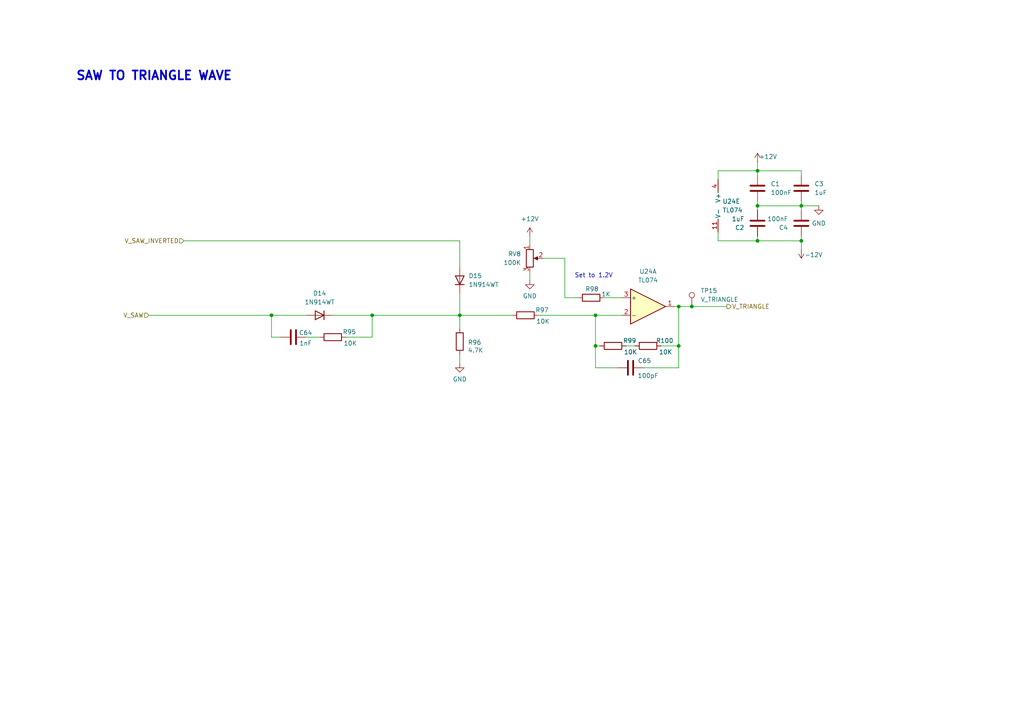
<source format=kicad_sch>
(kicad_sch (version 20250114) (generator "eeschema") (generator_version "9.0")
  (paper "A4")
  (lib_symbols
    (symbol "Amplifier_Operational:TL074" (pin_names (offset 0.127))
      (property "Reference" "U" (at 0 5.08 0))
      (property "Value" "TL074" (at 0 -5.08 0))
      (symbol "TL074_1_1"
        (polyline (pts (xy -5.08 5.08) (xy 5.08 0) (xy -5.08 -5.08) (xy -5.08 5.08)) (stroke (width 0.254)) (fill (type background)))
        (pin input line (at -7.62 2.54 0) (length 2.54) (name "+") (number "3"))
        (pin input line (at -7.62 -2.54 0) (length 2.54) (name "-") (number "2"))
        (pin output line (at 7.62 0 180) (length 2.54) (name "~") (number "1"))
      )
      (symbol "TL074_2_1"
        (polyline (pts (xy -5.08 5.08) (xy 5.08 0) (xy -5.08 -5.08) (xy -5.08 5.08)) (stroke (width 0.254)) (fill (type background)))
        (pin input line (at -7.62 2.54 0) (length 2.54) (name "+") (number "5"))
        (pin input line (at -7.62 -2.54 0) (length 2.54) (name "-") (number "6"))
        (pin output line (at 7.62 0 180) (length 2.54) (name "~") (number "7"))
      )
      (symbol "TL074_3_1"
        (polyline (pts (xy -5.08 5.08) (xy 5.08 0) (xy -5.08 -5.08) (xy -5.08 5.08)) (stroke (width 0.254)) (fill (type background)))
        (pin input line (at -7.62 2.54 0) (length 2.54) (name "+") (number "10"))
        (pin input line (at -7.62 -2.54 0) (length 2.54) (name "-") (number "9"))
        (pin output line (at 7.62 0 180) (length 2.54) (name "~") (number "8"))
      )
      (symbol "TL074_4_1"
        (polyline (pts (xy -5.08 5.08) (xy 5.08 0) (xy -5.08 -5.08) (xy -5.08 5.08)) (stroke (width 0.254)) (fill (type background)))
        (pin input line (at -7.62 2.54 0) (length 2.54) (name "+") (number "12"))
        (pin input line (at -7.62 -2.54 0) (length 2.54) (name "-") (number "13"))
        (pin output line (at 7.62 0 180) (length 2.54) (name "~") (number "14"))
      )
      (symbol "TL074_5_1"
        (pin power_in line (at -2.54 7.62 270) (length 3.81) (name "V+") (number "4"))
        (pin power_in line (at -2.54 -7.62 90) (length 3.81) (name "V-") (number "11"))
      )
    )
    (symbol "Connector:TestPoint" (pin_numbers (hide yes)) (pin_names (offset 0.762) (hide yes))
      (property "Reference" "TP" (at 0 6.858 0))
      (property "Value" "TestPoint" (at 0 5.08 0))
      (symbol "TestPoint_0_1"
        (circle (center 0 3.302) (radius 0.762))
      )
      (symbol "TestPoint_1_1"
        (pin passive line (at 0 0 90) (length 2.54) (name "1") (number "1"))
      )
    )
    (symbol "Device:C" (pin_numbers (hide yes)) (pin_names (offset 0.254))
      (property "Reference" "C" (at 0.635 2.54 0))
      (property "Value" "C" (at 0.635 -2.54 0))
      (symbol "C_0_1"
        (polyline (pts (xy -2.032 0.762) (xy 2.032 0.762)) (stroke (width 0.508)))
        (polyline (pts (xy -2.032 -0.762) (xy 2.032 -0.762)) (stroke (width 0.508)))
      )
      (symbol "C_1_1"
        (pin passive line (at 0 3.81 270) (length 2.794) (name "~") (number "1"))
        (pin passive line (at 0 -3.81 90) (length 2.794) (name "~") (number "2"))
      )
    )
    (symbol "Device:R" (pin_numbers (hide yes)) (pin_names (offset 0))
      (property "Reference" "R" (at 2.032 0 90))
      (property "Value" "R" (at 0 0 90))
      (symbol "R_0_1"
        (rectangle (start -1.016 -2.54) (end 1.016 2.54) (stroke (width 0.254)))
      )
      (symbol "R_1_1"
        (pin passive line (at 0 3.81 270) (length 1.27) (name "~") (number "1"))
        (pin passive line (at 0 -3.81 90) (length 1.27) (name "~") (number "2"))
      )
    )
    (symbol "Device:R_Potentiometer" (pin_names (offset 1.016) (hide yes))
      (property "Reference" "RV" (at -4.445 0 90))
      (property "Value" "R_Potentiometer" (at -2.54 0 90))
      (symbol "R_Potentiometer_0_1"
        (rectangle (start 1.016 2.54) (end -1.016 -2.54) (stroke (width 0.254)))
        (polyline (pts (xy 1.143 0) (xy 2.286 0.508) (xy 2.286 -0.508) (xy 1.143 0)) (fill (type outline)))
        (polyline (pts (xy 2.54 0) (xy 1.524 0)))
      )
      (symbol "R_Potentiometer_1_1"
        (pin passive line (at 0 3.81 270) (length 1.27) (name "1") (number "1"))
        (pin passive line (at 0 -3.81 90) (length 1.27) (name "3") (number "3"))
        (pin passive line (at 3.81 0 180) (length 1.27) (name "2") (number "2"))
      )
    )
    (symbol "Diode:1N914WT" (pin_numbers (hide yes)) (pin_names (hide yes))
      (property "Reference" "D" (at 0 2.54 0))
      (property "Value" "1N914WT" (at 0 -2.54 0))
      (symbol "1N914WT_0_1"
        (polyline (pts (xy -1.27 1.27) (xy -1.27 -1.27)) (stroke (width 0.254)))
        (polyline (pts (xy 1.27 1.27) (xy 1.27 -1.27) (xy -1.27 0) (xy 1.27 1.27)) (stroke (width 0.254)))
        (polyline (pts (xy 1.27 0) (xy -1.27 0)))
      )
      (symbol "1N914WT_1_1"
        (pin passive line (at -3.81 0 0) (length 2.54) (name "K") (number "1"))
        (pin passive line (at 3.81 0 180) (length 2.54) (name "A") (number "2"))
      )
    )
    (symbol "power:+15V" (power) (pin_numbers (hide yes)) (pin_names (offset 0) (hide yes))
      (property "Value" "+15V" (at 0 3.556 0))
      (symbol "+15V_0_1"
        (polyline (pts (xy -0.762 1.27) (xy 0 2.54)))
        (polyline (pts (xy 0 2.54) (xy 0.762 1.27)))
        (polyline (pts (xy 0 0) (xy 0 2.54)))
      )
      (symbol "+15V_1_1"
        (pin power_in line (at 0 0 90) (length 0) (name "~") (number "1"))
      )
    )
    (symbol "power:GND" (power) (pin_numbers (hide yes)) (pin_names (offset 0) (hide yes))
      (property "Value" "GND" (at 0 -3.81 0))
      (symbol "GND_0_1"
        (polyline (pts (xy 0 0) (xy 0 -1.27) (xy 1.27 -1.27) (xy 0 -2.54) (xy -1.27 -1.27) (xy 0 -1.27)))
      )
      (symbol "GND_1_1"
        (pin power_in line (at 0 0 270) (length 0) (name "~") (number "1"))
      )
    )
  )
  (text "SAW TO TRIANGLE WAVE" (at 44.704 22.098 0) (effects (font (size 2.54 2.54) (thickness 0.508) (bold yes))))
  (text "Set to 1.2V" (at 172.212 80.01 0) (effects (font (size 1.27 1.27))))
  (junction (at 200.66 88.9))
  (junction (at 196.85 100.33))
  (junction (at 107.95 91.44))
  (junction (at 232.41 69.85))
  (junction (at 78.74 91.44))
  (junction (at 232.41 59.69))
  (junction (at 172.72 100.33))
  (junction (at 133.35 91.44))
  (junction (at 172.72 91.44))
  (junction (at 219.71 59.69))
  (junction (at 219.71 69.85))
  (junction (at 219.71 49.53))
  (junction (at 196.85 88.9))
  (wire (pts (xy 172.72 91.44) (xy 172.72 100.33)))
  (wire (pts (xy 196.85 88.9) (xy 200.66 88.9)))
  (wire (pts (xy 163.83 86.36) (xy 167.64 86.36)))
  (wire (pts (xy 148.59 91.44) (xy 133.35 91.44)))
  (wire (pts (xy 173.99 100.33) (xy 172.72 100.33)))
  (wire (pts (xy 232.41 69.85) (xy 219.71 69.85)))
  (wire (pts (xy 208.28 49.53) (xy 219.71 49.53)))
  (wire (pts (xy 184.15 100.33) (xy 181.61 100.33)))
  (wire (pts (xy 179.07 106.68) (xy 172.72 106.68)))
  (wire (pts (xy 156.21 91.44) (xy 172.72 91.44)))
  (wire (pts (xy 163.83 74.93) (xy 163.83 86.36)))
  (wire (pts (xy 153.67 68.58) (xy 153.67 71.12)))
  (wire (pts (xy 172.72 106.68) (xy 172.72 100.33)))
  (wire (pts (xy 232.41 72.39) (xy 232.41 69.85)))
  (wire (pts (xy 133.35 69.85) (xy 133.35 77.47)))
  (wire (pts (xy 157.48 74.93) (xy 163.83 74.93)))
  (wire (pts (xy 219.71 49.53) (xy 219.71 50.8)))
  (wire (pts (xy 78.74 91.44) (xy 88.9 91.44)))
  (wire (pts (xy 133.35 105.41) (xy 133.35 102.87)))
  (wire (pts (xy 232.41 49.53) (xy 232.41 50.8)))
  (wire (pts (xy 180.34 86.36) (xy 175.26 86.36)))
  (wire (pts (xy 219.71 59.69) (xy 232.41 59.69)))
  (wire (pts (xy 78.74 91.44) (xy 78.74 97.79)))
  (wire (pts (xy 219.71 49.53) (xy 232.41 49.53)))
  (wire (pts (xy 208.28 69.85) (xy 219.71 69.85)))
  (wire (pts (xy 107.95 91.44) (xy 133.35 91.44)))
  (wire (pts (xy 53.34 69.85) (xy 133.35 69.85)))
  (wire (pts (xy 219.71 46.99) (xy 219.71 49.53)))
  (wire (pts (xy 196.85 106.68) (xy 196.85 100.33)))
  (wire (pts (xy 196.85 88.9) (xy 196.85 100.33)))
  (wire (pts (xy 195.58 88.9) (xy 196.85 88.9)))
  (wire (pts (xy 232.41 58.42) (xy 232.41 59.69)))
  (wire (pts (xy 232.41 69.85) (xy 232.41 68.58)))
  (wire (pts (xy 219.71 60.96) (xy 219.71 59.69)))
  (wire (pts (xy 153.67 81.28) (xy 153.67 78.74)))
  (wire (pts (xy 208.28 49.53) (xy 208.28 52.07)))
  (wire (pts (xy 172.72 91.44) (xy 180.34 91.44)))
  (wire (pts (xy 191.77 100.33) (xy 196.85 100.33)))
  (wire (pts (xy 133.35 95.25) (xy 133.35 91.44)))
  (wire (pts (xy 219.71 68.58) (xy 219.71 69.85)))
  (wire (pts (xy 208.28 69.85) (xy 208.28 67.31)))
  (wire (pts (xy 107.95 91.44) (xy 107.95 97.79)))
  (wire (pts (xy 200.66 88.9) (xy 210.82 88.9)))
  (wire (pts (xy 186.69 106.68) (xy 196.85 106.68)))
  (wire (pts (xy 237.49 59.69) (xy 232.41 59.69)))
  (wire (pts (xy 107.95 97.79) (xy 100.33 97.79)))
  (wire (pts (xy 81.28 97.79) (xy 78.74 97.79)))
  (wire (pts (xy 232.41 59.69) (xy 232.41 60.96)))
  (wire (pts (xy 96.52 91.44) (xy 107.95 91.44)))
  (wire (pts (xy 43.18 91.44) (xy 78.74 91.44)))
  (wire (pts (xy 219.71 58.42) (xy 219.71 59.69)))
  (wire (pts (xy 92.71 97.79) (xy 88.9 97.79)))
  (wire (pts (xy 133.35 85.09) (xy 133.35 91.44)))
  (hierarchical_label "V_SAW_INVERTED" (shape input) (at 53.34 69.85 180))
  (hierarchical_label "V_SAW" (shape input) (at 43.18 91.44 180))
  (hierarchical_label "V_TRIANGLE" (shape output) (at 210.82 88.9 0))
  (symbol (lib_id "Device:C") (at 219.71 64.77 180) (unit 1)
    (property "Reference" "C2" (at 215.9 66.0401 0) (effects (justify left)))
    (property "Value" "1uF" (at 215.9 63.5001 0) (effects (justify left)))
    (property "Description" "Unpolarized capacitor" (effects (hide yes)))
    (instances (project "midi_vco_module" (path "" (reference "C2") (unit 1)) (path "" (reference "C6") (unit 1))))
  )
  (symbol (lib_id "power:+15V") (at 232.41 72.39 180) (unit 1)
    (property "Reference" "#PWR02" (effects (hide yes)))
    (property "Value" "-12V" (at 235.966 73.914 0))
    (property "Description" "Power symbol creates a global label with name \"+15V\"" (effects (hide yes)))
    (instances (project "midi_vco_module" (path "" (reference "#PWR02") (unit 1)) (path "" (reference "#PWR05") (unit 1))))
  )
  (symbol (lib_id "Device:C") (at 219.71 54.61 0) (unit 1)
    (property "Reference" "C1" (at 223.52 53.3399 0) (effects (justify left)))
    (property "Value" "100nF" (at 223.52 55.8799 0) (effects (justify left)))
    (property "Description" "Unpolarized capacitor" (effects (hide yes)))
    (instances (project "midi_vco_module" (path "" (reference "C1") (unit 1)) (path "" (reference "C5") (unit 1))))
  )
  (symbol (lib_id "Device:R") (at 133.35 99.06 0) (unit 1)
    (property "Reference" "R96" (at 137.668 99.314 0))
    (property "Value" "4.7K" (at 137.922 101.6 0))
    (property "Description" "Resistor" (effects (hide yes)))
    (instances (project "midi_vco_module" (path "" (reference "R96") (unit 1)) (path "" (reference "R166") (unit 1))))
  )
  (symbol (lib_id "power:GND") (at 133.35 105.41 0) (unit 1)
    (property "Reference" "#PWR0239" (effects (hide yes)))
    (property "Value" "GND" (at 133.35 109.982 0))
    (property "Description" "Power symbol creates a global label with name \"GND\" , ground" (effects (hide yes)))
    (instances (project "midi_vco_module" (path "" (reference "#PWR0239") (unit 1)) (path "" (reference "#PWR0306") (unit 1))))
  )
  (symbol (lib_id "Device:R") (at 171.45 86.36 90) (unit 1)
    (property "Reference" "R98" (at 171.704 83.82 90))
    (property "Value" "1K" (at 175.768 85.344 90))
    (property "Description" "Resistor" (effects (hide yes)))
    (instances (project "midi_vco_module" (path "" (reference "R98") (unit 1)) (path "" (reference "R168") (unit 1))))
  )
  (symbol (lib_id "power:GND") (at 153.67 81.28 0) (unit 1)
    (property "Reference" "#PWR0241" (effects (hide yes)))
    (property "Value" "GND" (at 153.67 85.852 0))
    (property "Description" "Power symbol creates a global label with name \"GND\" , ground" (effects (hide yes)))
    (instances (project "midi_vco_module" (path "" (reference "#PWR0241") (unit 1)) (path "" (reference "#PWR0308") (unit 1))))
  )
  (symbol (lib_id "power:+15V") (at 153.67 68.58 0) (unit 1)
    (property "Reference" "#PWR0240" (effects (hide yes)))
    (property "Value" "+12V" (at 153.67 63.5 0))
    (property "Description" "Power symbol creates a global label with name \"+15V\"" (effects (hide yes)))
    (instances (project "midi_vco_module" (path "" (reference "#PWR0240") (unit 1)) (path "" (reference "#PWR0307") (unit 1))))
  )
  (symbol (lib_id "Device:R") (at 177.8 100.33 90) (unit 1)
    (property "Reference" "R99" (at 182.626 98.806 90))
    (property "Value" "10K" (at 182.88 102.108 90))
    (property "Description" "Resistor" (effects (hide yes)))
    (instances (project "midi_vco_module" (path "" (reference "R99") (unit 1)) (path "" (reference "R169") (unit 1))))
  )
  (symbol (lib_id "Amplifier_Operational:TL074") (at 210.82 59.69 0) (unit 5)
    (property "Reference" "U24" (at 209.55 58.4199 0) (effects (justify left)))
    (property "Value" "TL074" (at 209.55 60.9599 0) (effects (justify left)))
    (property "Datasheet" "http://www.ti.com/lit/ds/symlink/tl071.pdf" (effects (hide yes)))
    (property "Description" "Quad Low-Noise JFET-Input Operational Amplifiers, DIP-14/SOIC-14" (effects (hide yes)))
    (property "Manufacturer PartNumer" "TL074HIDR" (effects (hide yes)))
    (instances (project "midi_vco_module" (path "" (reference "U24") (unit 5)) (path "" (reference "U14") (unit 5))))
  )
  (symbol (lib_id "Device:R") (at 96.52 97.79 90) (unit 1)
    (property "Reference" "R95" (at 101.346 96.266 90))
    (property "Value" "10K" (at 101.6 99.568 90))
    (property "Description" "Resistor" (effects (hide yes)))
    (instances (project "midi_vco_module" (path "" (reference "R95") (unit 1)) (path "" (reference "R165") (unit 1))))
  )
  (symbol (lib_id "Device:C") (at 232.41 54.61 0) (unit 1)
    (property "Reference" "C3" (at 236.22 53.3399 0) (effects (justify left)))
    (property "Value" "1uF" (at 236.22 55.8799 0) (effects (justify left)))
    (property "Description" "Unpolarized capacitor" (effects (hide yes)))
    (instances (project "midi_vco_module" (path "" (reference "C3") (unit 1)) (path "" (reference "C7") (unit 1))))
  )
  (symbol (lib_id "Diode:1N914WT") (at 133.35 81.28 90) (unit 1)
    (property "Reference" "D15" (at 135.89 80.0099 90) (effects (justify right)))
    (property "Value" "1N914WT" (at 135.89 82.5499 90) (effects (justify right)))
    (property "Footprint" "Diode_SMD:D_SOD-523" (effects (hide yes)))
    (property "Datasheet" "http://www.mouser.com/ds/2/149/1N4148WT-461550.pdf" (effects (hide yes)))
    (property "Description" "75V 0.15A Fast switching Diode, SOD-523" (effects (hide yes)))
    (property "Sim.Device" "D" (effects (hide yes)))
    (property "Sim.Pins" "1=K 2=A" (effects (hide yes)))
    (instances (project "midi_vco_module" (path "" (reference "D15") (unit 1)) (path "" (reference "D33") (unit 1))))
  )
  (symbol (lib_id "Device:C") (at 85.09 97.79 90) (unit 1)
    (property "Reference" "C64" (at 88.646 96.52 90))
    (property "Value" "1nF" (at 88.646 99.568 90))
    (property "Footprint" "Capacitor_SMD:C_0402_1005Metric" (effects (hide yes)))
    (property "Description" "Unpolarized capacitor" (effects (hide yes)))
    (instances (project "midi_vco_module" (path "" (reference "C64") (unit 1)) (path "" (reference "C89") (unit 1))))
  )
  (symbol (lib_id "Connector:TestPoint") (at 200.66 88.9 0) (unit 1) (in_bom no)
    (property "Reference" "TP15" (at 203.2 84.3279 0) (effects (justify left)))
    (property "Value" "V_TRIANGLE" (at 203.2 86.8679 0) (effects (justify left)))
    (property "Description" "test point" (effects (hide yes)))
    (instances (project "midi_vco_module" (path "" (reference "TP15") (unit 1)) (path "" (reference "TP25") (unit 1))))
  )
  (symbol (lib_id "Device:C") (at 232.41 64.77 180) (unit 1)
    (property "Reference" "C4" (at 228.6 66.0401 0) (effects (justify left)))
    (property "Value" "100nF" (at 228.6 63.5001 0) (effects (justify left)))
    (property "Description" "Unpolarized capacitor" (effects (hide yes)))
    (instances (project "midi_vco_module" (path "" (reference "C4") (unit 1)) (path "" (reference "C8") (unit 1))))
  )
  (symbol (lib_id "Diode:1N914WT") (at 92.71 91.44 180) (unit 1)
    (property "Reference" "D14" (at 92.71 85.09 0))
    (property "Value" "1N914WT" (at 92.71 87.63 0))
    (property "Footprint" "Diode_SMD:D_SOD-523" (effects (hide yes)))
    (property "Datasheet" "http://www.mouser.com/ds/2/149/1N4148WT-461550.pdf" (effects (hide yes)))
    (property "Description" "75V 0.15A Fast switching Diode, SOD-523" (effects (hide yes)))
    (property "Sim.Device" "D" (effects (hide yes)))
    (property "Sim.Pins" "1=K 2=A" (effects (hide yes)))
    (instances (project "midi_vco_module" (path "" (reference "D14") (unit 1)) (path "" (reference "D32") (unit 1))))
  )
  (symbol (lib_id "Amplifier_Operational:TL074") (at 187.96 88.9 0) (unit 1)
    (property "Reference" "U24" (at 187.96 78.74 0))
    (property "Value" "TL074" (at 187.96 81.28 0))
    (property "Datasheet" "http://www.ti.com/lit/ds/symlink/tl071.pdf" (effects (hide yes)))
    (property "Description" "Quad Low-Noise JFET-Input Operational Amplifiers, DIP-14/SOIC-14" (effects (hide yes)))
    (property "Manufacturer PartNumer" "TL074HIDR" (effects (hide yes)))
    (instances (project "midi_vco_module" (path "" (reference "U24") (unit 1)) (path "" (reference "U14") (unit 1))))
  )
  (symbol (lib_id "power:GND") (at 237.49 59.69 0) (unit 1)
    (property "Reference" "#PWR03" (effects (hide yes)))
    (property "Value" "GND" (at 237.49 64.77 0))
    (property "Description" "Power symbol creates a global label with name \"GND\" , ground" (effects (hide yes)))
    (instances (project "midi_vco_module" (path "" (reference "#PWR03") (unit 1)) (path "" (reference "#PWR06") (unit 1))))
  )
  (symbol (lib_id "power:+15V") (at 219.71 46.99 0) (unit 1)
    (property "Reference" "#PWR01" (effects (hide yes)))
    (property "Value" "+12V" (at 222.758 45.466 0))
    (property "Description" "Power symbol creates a global label with name \"+15V\"" (effects (hide yes)))
    (instances (project "midi_vco_module" (path "" (reference "#PWR01") (unit 1)) (path "" (reference "#PWR04") (unit 1))))
  )
  (symbol (lib_id "Device:R_Potentiometer") (at 153.67 74.93 0) (unit 1)
    (property "Reference" "RV8" (at 151.13 73.6599 0) (effects (justify right)))
    (property "Value" "100K" (at 151.13 76.1999 0) (effects (justify right)))
    (property "Description" "Potentiometer" (effects (hide yes)))
    (instances (project "midi_vco_module" (path "" (reference "RV8") (unit 1)) (path "" (reference "RV21") (unit 1))))
  )
  (symbol (lib_id "Device:R") (at 187.96 100.33 90) (unit 1)
    (property "Reference" "R100" (at 192.786 98.806 90))
    (property "Value" "10K" (at 193.04 102.108 90))
    (property "Description" "Resistor" (effects (hide yes)))
    (instances (project "midi_vco_module" (path "" (reference "R100") (unit 1)) (path "" (reference "R170") (unit 1))))
  )
  (symbol (lib_id "Device:C") (at 182.88 106.68 90) (unit 1)
    (property "Reference" "C65" (at 186.944 104.648 90))
    (property "Value" "100pF" (at 187.96 108.966 90))
    (property "Description" "Unpolarized capacitor" (effects (hide yes)))
    (instances (project "midi_vco_module" (path "" (reference "C65") (unit 1)) (path "" (reference "C90") (unit 1))))
  )
  (symbol (lib_id "Device:R") (at 152.4 91.44 90) (unit 1)
    (property "Reference" "R97" (at 157.226 89.916 90))
    (property "Value" "10K" (at 157.48 93.218 90))
    (property "Description" "Resistor" (effects (hide yes)))
    (instances (project "midi_vco_module" (path "" (reference "R97") (unit 1)) (path "" (reference "R167") (unit 1))))
  )
)
</source>
